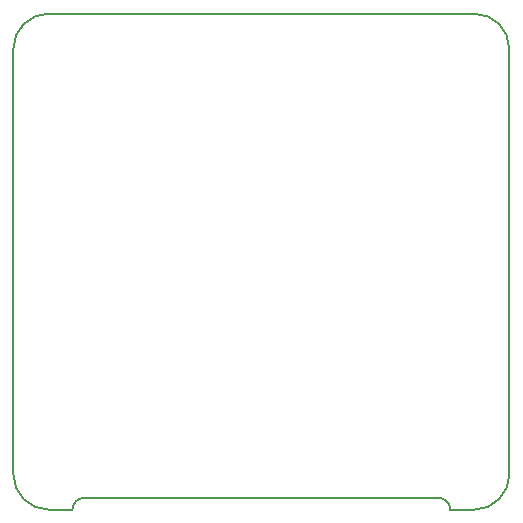
<source format=gbr>
G04 #@! TF.GenerationSoftware,KiCad,Pcbnew,(5.1.6)-1*
G04 #@! TF.CreationDate,2020-11-06T20:40:43+01:00*
G04 #@! TF.ProjectId,DynOSSAT-EDU-OBC,44796e4f-5353-4415-942d-4544552d4f42,rev?*
G04 #@! TF.SameCoordinates,Original*
G04 #@! TF.FileFunction,Profile,NP*
%FSLAX46Y46*%
G04 Gerber Fmt 4.6, Leading zero omitted, Abs format (unit mm)*
G04 Created by KiCad (PCBNEW (5.1.6)-1) date 2020-11-06 20:40:43*
%MOMM*%
%LPD*%
G01*
G04 APERTURE LIST*
G04 #@! TA.AperFunction,Profile*
%ADD10C,0.150000*%
G04 #@! TD*
G04 APERTURE END LIST*
D10*
X106372400Y-105265800D02*
G75*
G03*
X109372400Y-108265800I3000000J0D01*
G01*
X109367164Y-66265805D02*
G75*
G03*
X106372400Y-69265800I5236J-2999995D01*
G01*
X112370655Y-107265802D02*
X142372400Y-107265800D01*
X148372400Y-69265800D02*
G75*
G03*
X145372400Y-66265800I-3000000J0D01*
G01*
X109372400Y-108265800D02*
X111372400Y-108265800D01*
X143372400Y-108265800D02*
G75*
G03*
X142372400Y-107265800I-1000000J0D01*
G01*
X106372400Y-69265800D02*
X106372400Y-105265800D01*
X145372400Y-108265800D02*
G75*
G03*
X148372400Y-105265800I0J3000000D01*
G01*
X148372400Y-69265800D02*
X148372400Y-105265800D01*
X145372400Y-108265800D02*
X143372400Y-108265800D01*
X109367164Y-66265805D02*
X145372400Y-66265800D01*
X112370655Y-107265802D02*
G75*
G03*
X111372400Y-108265800I1745J-999998D01*
G01*
M02*

</source>
